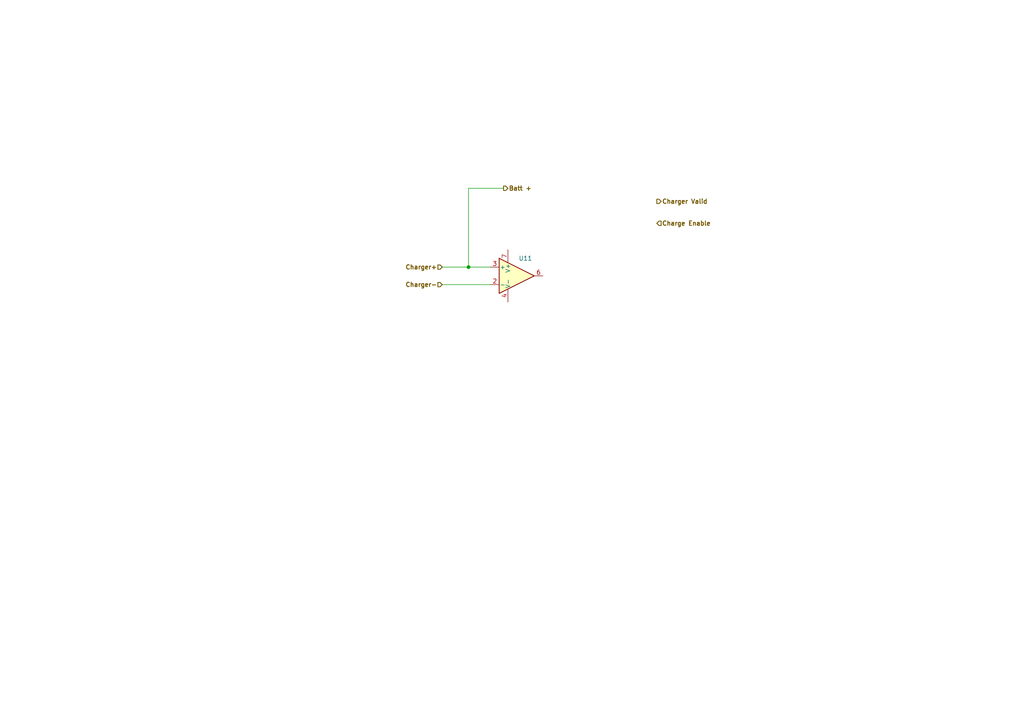
<source format=kicad_sch>
(kicad_sch (version 20230121) (generator eeschema)
  (paper "A4")
  (lib_symbols
    (symbol "Amplifier_Operational:TSV911IDT" (pin_names (offset 0.127))
      (property "Reference" "U" (at 0 6.35 0))
      (property "Value" "TSV911IDT" (at 0 3.81 0))
      (symbol "TSV911IDT_0_1"
        (polyline (pts (xy -5.08 5.08) (xy 5.08 0) (xy -5.08 -5.08) (xy -5.08 5.08)) (stroke (width 0.254)) (fill (type background)))
      )
      (symbol "TSV911IDT_1_1"
        (pin no_connect line (at -2.54 2.54 270) (length 2.54) hide (name "NC") (number "1"))
        (pin input line (at -7.62 -2.54 0) (length 2.54) (name "-") (number "2"))
        (pin input line (at -7.62 2.54 0) (length 2.54) (name "+") (number "3"))
        (pin power_in line (at -2.54 -7.62 90) (length 3.81) (name "V-") (number "4"))
        (pin no_connect line (at 0 2.54 270) (length 2.54) hide (name "NC") (number "5"))
        (pin output line (at 7.62 0 180) (length 2.54) (name "~") (number "6"))
        (pin power_in line (at -2.54 7.62 270) (length 3.81) (name "V+") (number "7"))
        (pin no_connect line (at 0 -2.54 90) (length 2.54) hide (name "NC") (number "8"))
      )
    )
  )
  (junction (at 135.89 77.47))
  (wire (pts (xy 128.27 77.47) (xy 135.89 77.47)))
  (wire (pts (xy 128.27 82.55) (xy 142.24 82.55)))
  (wire (pts (xy 135.89 77.47) (xy 142.24 77.47)))
  (wire (pts (xy 135.89 54.61) (xy 135.89 77.47)))
  (wire (pts (xy 146.05 54.61) (xy 135.89 54.61)))
  (hierarchical_label "Charger+" (shape input) (at 128.27 77.47 180) (effects (font bold)))
  (hierarchical_label "Charger-" (shape input) (at 128.27 82.55 180) (effects (font bold)))
  (hierarchical_label "Charge Enable" (shape input) (at 190.5 64.77 0) (effects (font bold)))
  (hierarchical_label "Batt +" (shape output) (at 146.05 54.61 0) (effects (font bold)))
  (hierarchical_label "Charger Valid" (shape output) (at 190.5 58.42 0) (effects (font bold)))
  (symbol (lib_id "Amplifier_Operational:TSV911IDT") (at 149.86 80.01 0) (unit 1)
    (property "Reference" "U11" (at 152.4 74.93 0))
    (property "Value" "TSV911IDT" (effects hide))
    (property "Footprint" "Package_SO:SOIC-8_3.9x4.9mm_P1.27mm" (effects hide))
    (property "Datasheet" "www.st.com/resource/en/datasheet/tsv911.pdf" (effects hide))
    (instances (project "Parent" (path "" (reference "U11") (unit 1)) (path "" (reference "U7") (unit 1)) (path "" (reference "U19") (unit 1)) (path "" (reference "U27") (unit 1)) (path "" (reference "U61") (unit 1)) (path "" (reference "U69") (unit 1)) (path "" (reference "U77") (unit 1)) (path "" (reference "U85") (unit 1)) (path "" (reference "U9") (unit 1))))
  )
)
</source>
